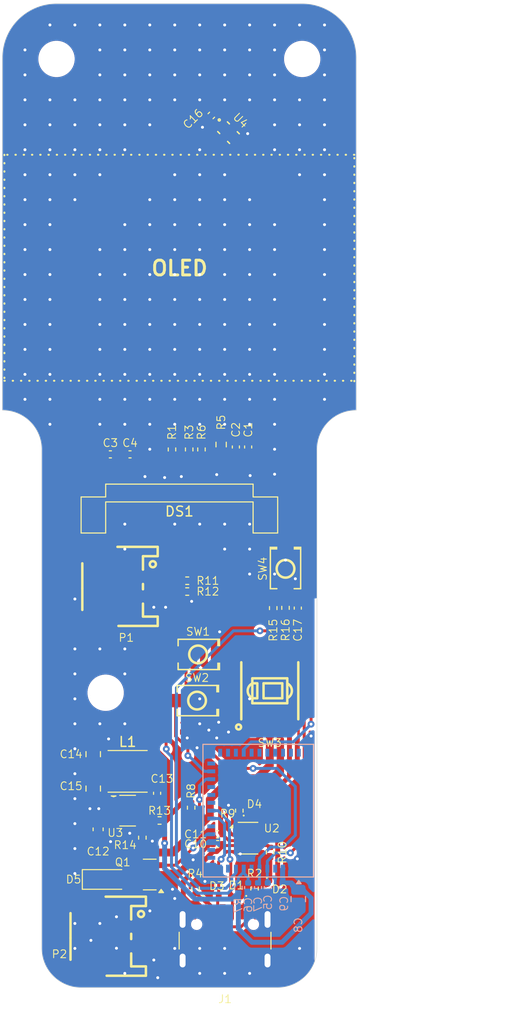
<source format=kicad_pcb>
(kicad_pcb (version 20240108) (generator "pcbnew") (generator_version "8.0")
  (layers (0 "F.Cu" signal) (31 "B.Cu" power) (34 "B.Paste" user) (35 "F.Paste" user) (36 "B.SilkS" user "B.Silkscreen") (37 "F.SilkS" user "F.Silkscreen") (38 "B.Mask" user) (39 "F.Mask" user) (44 "Edge.Cuts" user))
  (net 0 "")
  (net 1 "Net-(DS1-VDisplay)")
  (net 2 "GND")
  (net 3 "Net-(DS1-VCOMH)")
  (net 4 "Net-(DS1-C2N)")
  (net 5 "Net-(DS1-C2P)")
  (net 6 "Net-(DS1-C1N)")
  (net 7 "Net-(DS1-C1P)")
  (net 8 "/RC_Connections/RESET")
  (net 9 "+3.3V")
  (net 10 "ADC_HALLEFFECT1")
  (net 11 "ADC_BATTERYPERCENT")
  (net 12 "+USB5V")
  (net 13 "Net-(P1-Pin_1)")
  (net 14 "+VBAT")
  (net 15 "Net-(U3-BST)")
  (net 16 "Net-(U3-SW)")
  (net 17 "GPIO_MODE")
  (net 18 "USB_D+")
  (net 19 "USB_D-")
  (net 20 "Net-(D4-K)")
  (net 21 "Net-(D5-A)")
  (net 23 "Net-(DS1-Reset)")
  (net 24 "SCL_DISPLAY")
  (net 25 "Net-(DS1-IREF)")
  (net 26 "SDA_DISPLAY")
  (net 27 "Net-(J1-CC2)")
  (net 28 "Net-(J1-CC1)")
  (net 29 "GPIO_RUMBLE_CNTL")
  (net 30 "Net-(U2-STAT)")
  (net 31 "Net-(U2-PROG)")
  (net 32 "Net-(U3-FB)")
  (net 33 "Net-(R15-Pad2)")
  (net 34 "/RC_Connections/FLASH")
  (net 35 "GPIO_EN1")
  (net 41 "Net-(U1-IO8)")
  (footprint "Capacitor_SMD:C_0805_2012Metric" (layer "F.Cu") (at 116.235 104.75 -90)
    (property "Reference" "C15")
    (property "Value" "22uF")
  )
  (footprint "MountingHole:MountingHole_3.2mm_M3" (layer "F.Cu") (at 112.5 30.5)
    (property "Reference" "H2" (hide yes))
    (property "Value" "MountingHole")
  )
  (footprint "footprints:SW-SMD_L3.9-W3.0-P4.45" (layer "F.Cu") (at 126.8 95.8)
    (property "Reference" "SW2")
    (property "Value" "Button")
  )
  (footprint "Capacitor_SMD:C_0402_1005Metric" (layer "F.Cu") (at 122.735 105.23 -90)
    (property "Reference" "C13")
    (property "Value" "100nF")
  )
  (footprint "footprints:L_Abracon_ASPI-4030S" (layer "F.Cu") (at 119.735 103 180)
    (property "Reference" "L1")
    (property "Value" "3.3uH")
  )
  (footprint "Resistor_SMD:R_0603_1608Metric" (layer "F.Cu") (at 129.25 69.74 90)
    (property "Reference" "R5")
    (property "Value" "390k")
  )
  (footprint "Diode_SMD:D_0402_1005Metric" (layer "F.Cu") (at 132.635 107.5)
    (property "Reference" "D4")
    (property "Value" "LED")
  )
  (footprint "Package_TO_SOT_SMD:SOT-23" (layer "F.Cu") (at 121.985 113.5 180)
    (property "Reference" "Q1")
    (property "Value" "NMOS")
  )
  (footprint "Resistor_SMD:R_0402_1005Metric" (layer "F.Cu") (at 125.8 83.6 180)
    (property "Reference" "R11")
    (property "Value" "42k")
  )
  (footprint "Capacitor_SMD:C_0603_1608Metric" (layer "F.Cu") (at 116.735 108.9 -90)
    (property "Reference" "C12")
    (property "Value" "10uF")
  )
  (footprint "Package_TO_SOT_SMD:TSOT-23-6" (layer "F.Cu") (at 119.735 107)
    (property "Reference" "U3")
    (property "Value" "AP62300TWU")
  )
  (footprint "Resistor_SMD:R_0402_1005Metric" (layer "F.Cu") (at 135.8 86.36 -90)
    (property "Reference" "R16")
    (property "Value" "10k")
  )
  (footprint "Resistor_SMD:R_0402_1005Metric" (layer "F.Cu") (at 134.55 86.385 90)
    (property "Reference" "R15")
    (property "Value" "10k")
  )
  (footprint "Resistor_SMD:R_0402_1005Metric" (layer "F.Cu") (at 127.25 70.24 -90)
    (property "Reference" "R6")
    (property "Value" "4.7k")
  )
  (footprint "MountingHole:MountingHole_3.2mm_M3" (layer "F.Cu") (at 117.5 95)
    (property "Reference" "H3" (hide yes))
    (property "Value" "MountingHole")
  )
  (footprint "Capacitor_SMD:C_0402_1005Metric" (layer "F.Cu") (at 119.98 70.74)
    (property "Reference" "C4")
    (property "Value" "2.2uF")
  )
  (footprint "footprints:SW-SMD_L3.9-W3.0-P4.45" (layer "F.Cu") (at 126.9 91.1)
    (property "Reference" "SW1")
    (property "Value" "Button")
  )
  (footprint "Capacitor_SMD:C_0402_1005Metric" (layer "F.Cu") (at 128.25 36.25 -135)
    (property "Reference" "C16")
    (property "Value" "100nF")
  )
  (footprint "Diode_SMD:D_0402_1005Metric" (layer "F.Cu") (at 128.515 115.676295)
    (property "Reference" "D3")
    (property "Value" "6V TVS")
  )
  (footprint "footprints:CONN-SMD_2P-P2.00_XUNPU_WAFER-PH2.0-2PWB" (layer "F.Cu") (at 119.6 84.2 -90)
    (property "Reference" "P1")
    (property "Value" "JST CONN")
  )
  (footprint "Diode_SMD:D_0402_1005Metric" (layer "F.Cu") (at 133.9 114.926295 -90)
    (property "Reference" "D2")
    (property "Value" "6V TVS")
  )
  (footprint "MountingHole:MountingHole_3.2mm_M3" (layer "F.Cu") (at 137.5 30.5)
    (property "Reference" "H1" (hide yes))
    (property "Value" "MountingHole")
  )
  (footprint "Package_DFN_QFN:DFN-8-1EP_2x3mm_P0.5mm_EP0.61x2.2mm" (layer "F.Cu") (at 131.985 109.8)
    (property "Reference" "U2")
    (property "Value" "MCP73831-5-OT")
  )
  (footprint "footprints:FPC-30P-0.5mm" (layer "F.Cu") (at 125.002844 74.674494)
    (property "Reference" "DS1")
    (property "Value" "FPC 0.5mm 30P")
  )
  (footprint "footprints:CONN-SMD_2P-P2.00_XUNPU_WAFER-PH2.0-2PWB" (layer "F.Cu") (at 118.4 119.8 -90)
    (property "Reference" "P2")
    (property "Value" "JST CONN")
  )
  (footprint "Resistor_SMD:R_0402_1005Metric" (layer "F.Cu") (at 126 70.24 -90)
    (property "Reference" "R3")
    (property "Value" "4.7k")
  )
  (footprint "Capacitor_SMD:C_0402_1005Metric" (layer "F.Cu") (at 137.05 86.385 90)
    (property "Reference" "C17")
    (property "Value" "100nF")
  )
  (footprint "Resistor_SMD:R_0402_1005Metric" (layer "F.Cu") (at 126.65 114.926295 90)
    (property "Reference" "R4")
    (property "Value" "5.7k")
  )
  (footprint "footprints:SW-SMD_6P-YTSPS-22E58LM" (layer "F.Cu") (at 134.2 94.8 90)
    (property "Reference" "SW3")
    (property "Value" "YTSPS-22E58LM" (hide yes))
  )
  (footprint "Capacitor_SMD:C_0402_1005Metric" (layer "F.Cu") (at 132 69.99 90)
    (property "Reference" "C1")
    (property "Value" "2.2uF")
  )
  (footprint "footprints:X2SON4_DMR_TEX" (layer "F.Cu") (at 130 38 -45)
    (property "Reference" "U4")
    (property "Value" "TMAG5253")
  )
  (footprint "Capacitor_SMD:C_0402_1005Metric" (layer "F.Cu") (at 117.98 70.74)
    (property "Reference" "C3")
    (property "Value" "2.2uF")
  )
  (footprint "footprints:SW-SMD_L3.9-W3.0-P4.45" (layer "F.Cu") (at 135.8 82.385 90)
    (property "Reference" "SW4")
    (property "Value" "Button")
  )
  (footprint "Resistor_SMD:R_0402_1005Metric" (layer "F.Cu") (at 125.8 84.7)
    (property "Reference" "R12")
    (property "Value" "10k")
  )
  (footprint "Resistor_SMD:R_0402_1005Metric" (layer "F.Cu") (at 126.2 106.7 -90)
    (property "Reference" "R8")
    (property "Value" "10k")
  )
  (footprint "Resistor_SMD:R_0402_1005Metric" (layer "F.Cu") (at 134.235 111.25 -90)
    (property "Reference" "R10")
    (property "Value" "2k")
  )
  (footprint "Resistor_SMD:R_0402_1005Metric" (layer "F.Cu") (at 122.985 108 180)
    (property "Reference" "R13")
    (property "Value" "33.2k")
  )
  (footprint "Capacitor_SMD:C_0402_1005Metric" (layer "F.Cu") (at 130.75 69.99 90)
    (property "Reference" "C2")
    (property "Value" "2.2uF")
  )
  (footprint "Diode_SMD:D_0402_1005Metric" (layer "F.Cu") (at 130.715 115.676295 180)
    (property "Reference" "D1")
    (property "Value" "6V TVS")
  )
  (footprint "Resistor_SMD:R_0402_1005Metric" (layer "F.Cu") (at 132.65 114.926295 90)
    (property "Reference" "R2")
    (property "Value" "5.7k")
  )
  (footprint "Capacitor_SMD:C_0402_1005Metric" (layer "F.Cu") (at 128.9 110.4 180)
    (property "Reference" "C10")
    (property "Value" "4.7uF")
  )
  (footprint "Capacitor_SMD:C_0805_2012Metric" (layer "F.Cu") (at 116.235 101.25 90)
    (property "Reference" "C14")
    (property "Value" "22uF")
  )
  (footprint "Diode_SMD:D_SOD-123" (layer "F.Cu") (at 117.485 114)
    (property "Reference" "D5")
    (property "Value" "D_Schottky")
  )
  (footprint "Capacitor_SMD:C_0402_1005Metric" (layer "F.Cu") (at 128.88 109.4 180)
    (property "Reference" "C11")
    (property "Value" "4.7uF")
  )
  (footprint "Resistor_SMD:R_0402_1005Metric" (layer "F.Cu") (at 121.235 109.75 -90)
    (property "Reference" "R14")
    (property "Value" "10k")
  )
  (footprint "Connector_USB:USB_C_Receptacle_GCT_USB4105-xx-A_16P_TopMnt_Horizontal" (layer "F.Cu") (at 129.65 121.176295)
    (property "Reference" "J1")
    (property "Value" "USB_C_Receptacle_USB2.0_14P")
  )
  (footprint "Resistor_SMD:R_0402_1005Metric" (layer "F.Cu") (at 124.25 70.24 -90)
    (property "Reference" "R1")
    (property "Value" "4.7k")
  )
  (footprint "Resistor_SMD:R_0402_1005Metric" (layer "F.Cu") (at 131.1 107 90)
    (property "Reference" "R9")
    (property "Value" "470")
  )
  (footprint "Capacitor_SMD:C_0402_1005Metric" (layer "B.Cu") (at 132 114.83 -90)
    (property "Reference" "C6")
    (property "Value" "100nF")
  )
  (footprint "Resistor_SMD:R_0402_1005Metric" (layer "B.Cu") (at 131 114.85 90)
    (property "Reference" "R7")
    (property "Value" "10k")
  )
  (footprint "Capacitor_SMD:C_0805_2012Metric" (layer "B.Cu") (at 137.1 116 -90)
    (property "Reference" "C8")
    (property "Value" "22uF")
  )
  (footprint "Capacitor_SMD:C_0402_1005Metric" (layer "B.Cu") (at 135.5 114.83 -90)
    (property "Reference" "C9")
    (property "Value" "100nF")
  )
  (footprint "Capacitor_SMD:C_0402_1005Metric" (layer "B.Cu") (at 133 114.83 -90)
    (property "Reference" "C7")
    (property "Value" "100nF")
  )
  (footprint "Capacitor_SMD:C_0402_1005Metric" (layer "B.Cu") (at 134 114.83 -90)
    (property "Reference" "C5")
    (property "Value" "100nF")
  )
  (footprint "RF_Module:ESP32-C6-MINI-1" (layer "B.Cu") (at 133.15 107 90)
    (property "Reference" "U1" (hide yes))
    (property "Value" "ESP32-C6-MINI-1")
  )
  (gr_line (start 142.8 63.3) (end 142.8 40.3) (stroke (width 0.2) (type dot)) (layer "F.SilkS"))
  (gr_line (start 107.2 63.25) (end 142.8 63.25) (stroke (width 0.2) (type dot)) (layer "F.SilkS"))
  (gr_line (start 142.8 40.25) (end 107.2 40.25) (stroke (width 0.2) (type dot)) (layer "F.SilkS"))
  (gr_line (start 107.2 40.25) (end 107.2 63.25) (stroke (width 0.2) (type dot)) (layer "F.SilkS"))
  (gr_line (start 139 70.25) (end 139 121) (stroke (width 0.05)) (layer "Edge.Cuts"))
  (gr_arc (start 137.499999 24.874999) (mid 141.389087 26.485912) (end 143 30.375) (stroke (width 0.05)) (layer "Edge.Cuts"))
  (gr_arc (start 139 121) (mid 137.828427 123.828427) (end 135 125) (stroke (width 0.05)) (layer "Edge.Cuts"))
  (gr_arc (start 139 70.25) (mid 140.171573 67.421573) (end 143 66.25) (stroke (width 0.05)) (layer "Edge.Cuts"))
  (gr_arc (start 107 66.25) (mid 109.828427 67.421573) (end 111 70.25) (stroke (width 0.05)) (layer "Edge.Cuts"))
  (gr_line (start 111 121) (end 111 70.25) (stroke (width 0.05)) (layer "Edge.Cuts"))
  (gr_line (start 135 125) (end 115 125) (stroke (width 0.05)) (layer "Edge.Cuts"))
  (gr_line (start 143 30.375) (end 143 66.25) (stroke (width 0.05)) (layer "Edge.Cuts"))
  (gr_arc (start 115 125) (mid 112.171573 123.828427) (end 111 121) (stroke (width 0.05)) (layer "Edge.Cuts"))
  (gr_arc (start 107 30.375) (mid 108.610913 26.485913) (end 112.5 24.875) (stroke (width 0.05)) (layer "Edge.Cuts"))
  (gr_line (start 112.5 24.875) (end 137.5 24.875) (stroke (width 0.05)) (layer "Edge.Cuts"))
  (gr_line (start 107 66.25) (end 107 30.375) (stroke (width 0.05)) (layer "Edge.Cuts"))
  (gr_text "OLED" (at 122 52.675 0) (layer "F.SilkS") (effects (font (size 1.5 1.5) (thickness 0.3) (bold yes)) (justify left bottom)))
  (segment (start 131.252844 74.674494) (end 131.252844 73.227156) (width 0.3) (layer "F.Cu") (net 1))
  (segment (start 131.252844 71.217156) (end 132 70.47) (width 0.3) (layer "F.Cu") (net 1))
  (segment (start 131.252844 73.227156) (end 131.252844 71.217156) (width 0.3) (layer "F.Cu") (net 1))
  (segment (start 132.252844 72.952844) (end 132.2 72.9) (width 0.3) (layer "F.Cu") (net 2))
  (segment (start 128.752844 72.847156) (end 128.8 72.8) (width 0.3) (layer "F.Cu") (net 2))
  (segment (start 125.905 117.496295) (end 125.33 118.071295) (width 0.5) (layer "F.Cu") (net 2))
  (segment (start 122.252844 74.674494) (end 122.252844 73.752844) (width 0.3) (layer "F.Cu") (net 2))
  (segment (start 125.252844 73.052844) (end 125.2 73) (width 0.3) (layer "F.Cu") (net 2))
  (segment (start 130.524904 109.55) (end 129.8 108.825096) (width 0.3) (layer "F.Cu") (net 2))
  (segment (start 132.85 117.496295) (end 133.395 117.496295) (width 0.5) (layer "F.Cu") (net 2))
  (segment (start 126.45 117.496295) (end 125.905 117.496295) (width 0.5) (layer "F.Cu") (net 2))
  (segment (start 133.395 117.496295) (end 133.97 118.071295) (width 0.5) (layer "F.Cu") (net 2))
  (segment (start 122.252844 73.752844) (end 121.5 73) (width 0.3) (layer "F.Cu") (net 2))
  (segment (start 131.045 109.55) (end 130.524904 109.55) (width 0.3) (layer "F.Cu") (net 2))
  (segment (start 129.8 106.65) (end 130 106.45) (width 0.3) (layer "F.Cu") (net 2))
  (segment (start 129.8 108.825096) (end 129.8 106.65) (width 0.3) (layer "F.Cu") (net 2))
  (segment (start 132.675 114.441295) (end 132.65 114.416295) (width 0.5) (layer "F.Cu") (net 2))
  (via (at 124.53 67.68) (size 0.7) (drill 0.3) (layers "F.Cu" "B.Cu") (net 2))
  (via (at 119.45 80.38) (size 0.7) (drill 0.3) (layers "F.Cu" "B.Cu") (net 2))
  (via (at 109.29 57.52) (size 0.7) (drill 0.3) (layers "F.Cu" "B.Cu") (net 2))
  (via (at 114.37 113.4) (size 0.7) (drill 0.3) (layers "F.Cu" "B.Cu") (net 2))
  (via (at 109.29 54.98) (size 0.7) (drill 0.3) (layers "F.Cu" "B.Cu") (net 2))
  (via (at 129.61 67.68) (size 0.7) (drill 0.3) (layers "F.Cu" "B.Cu") (net 2))
  (via (at 121.99 49.9) (size 0.7) (drill 0.3) (layers "F.Cu" "B.Cu") (net 2))
  (via (at 132.15 62.6) (size 0.7) (drill 0.3) (layers "F.Cu" "B.Cu") (net 2))
  (via (at 121.99 70.22) (size 0.7) (drill 0.3) (layers "F.Cu" "B.Cu") (net 2))
  (via (at 139.77 39.74) (size 0.7) (drill 0.3) (layers "F.Cu" "B.Cu") (net 2))
  (via (at 124.53 54.98) (size 0.7) (drill 0.3) (layers "F.Cu" "B.Cu") (net 2))
  (via (at 114.37 90.54) (size 0.7) (drill 0.3) (layers "F.Cu" "B.Cu") (net 2))
  (via (at 116.91 65.14) (size 0.7) (drill 0.3) (layers "F.Cu" "B.Cu") (net 2))
  (via (at 121.99 47.36) (size 0.7) (drill 0.3) (layers "F.Cu" "B.Cu") (net 2))
  (via (at 137.23 34.66) (size 0.7) (drill 0.3) (layers "F.Cu" "B.Cu") (net 2))
  (via (at 122.4 86.3) (size 0.7) (drill 0.3) (layers "F.Cu" "B.Cu") (net 2))
  (via (at 125.8 99.6) (size 0.7) (drill 0.3) (layers "F.Cu" "B.Cu") (net 2))
  (via (at 129.61 80.38) (size 0.7) (drill 0.3) (layers "F.Cu" "B.Cu") (net 2))
  (via (at 134.69 82.92) (size 0.7) (drill 0.3) (layers "F.Cu" "B.Cu") (net 2))
  (via (at 121.99 54.98) (size 0.7) (drill 0.3) (layers "F.Cu" "B.Cu") (net 2))
  (via (at 121.99 65.14) (size 0.7) (drill 0.3) (layers "F.Cu" "B.Cu") (net 2))
  (via (at 139.77 52.44) (size 0.7) (drill 0.3) (layers "F.Cu" "B.Cu") (net 2))
  (via (at 109.29 60.06) (size 0.7) (drill 0.3) (layers "F.Cu" "B.Cu") (net 2))
  (via (at 129.61 57.52) (size 0.7) (drill 0.3) (layers "F.Cu" "B.Cu") (net 2))
  (via (at 136.8 83.4) (size 0.7) (drill 0.3) (layers "F.Cu" "B.Cu") (net 2))
  (via (at 134.69 37.2) (size 0.7) (drill 0.3) (layers "F.Cu" "B.Cu") (net 2))
  (via (at 111.83 57.52) (size 0.7) (drill 0.3) (layers "F.Cu" "B.Cu") (net 2))
  (via (at 127.07 39.74) (size 0.7) (drill 0.3) (layers "F.Cu" "B.Cu") (net 2))
  (via (at 114.37 103.24) (size 0.7) (drill 0.3) (layers "F.Cu" "B.Cu") (net 2))
  (via (at 124.53 60.06) (size 0.7) (drill 0.3) (layers "F.Cu" "B.Cu") (net 2))
  (via (at 122.8 124) (size 0.7) (drill 0.3) (layers "F.Cu" "B.Cu") (net 2))
  (via (at 134.69 29.58) (size 0.7) (drill 0.3) (layers "F.Cu" "B.Cu") (net 2))
  (via (at 116.91 57.52) (size 0.7) (drill 0.3) (layers "F.Cu" "B.Cu") (net 2))
  (via (at 114.37 110.86) (size 0.7) (drill 0.3) (layers "F.Cu" "B.Cu") (net 2))
  (via (at 132.15 80.38) (size 0.7) (drill 0.3) (layers "F.Cu" "B.Cu") (net 2))
  (via (at 119.45 90.54) (size 0.7) (drill 0.3) (layers "F.Cu" "B.Cu") (net 2))
  (via (at 134.69 67.68) (size 0.7) (drill 0.3) (layers "F.Cu" "B.Cu") (net 2))
  (via (at 114.37 85.46) (size 0.7) (drill 0.3) (layers "F.Cu" "B.Cu") (net 2))
  (via (at 124.3 115) (size 0.7) (drill 0.3) (layers "F.Cu" "B.Cu") (net 2))
  (via (at 130 106.45) (size 0.7) (drill 0.3) (layers "F.Cu" "B.Cu") (net 2))
  (via (at 139.77 65.14) (size 0.7) (drill 0.3) (layers "F.Cu" "B.Cu") (net 2))
  (via (at 109.29 34.66) (size 0.7) (drill 0.3) (layers "F.Cu" "B.Cu") (net 2))
  (via (at 116 120.2) (size 0.7) (drill 0.3) (layers "F.Cu" "B.Cu") (net 2))
  (via (at 119.45 65.14) (size 0.7) (drill 0.3) (layers "F.Cu" "B.Cu") (net 2))
  (via (at 116.91 67.68) (size 0.7) (drill 0.3) (layers "F.Cu" "B.Cu") (net 2))
  (via (at 139.77 57.52) (size 0.7) (drill 0.3) (layers "F.Cu" "B.Cu") (net 2))
  (via (at 132.2 72.9) (size 0.7) (drill 0.3) (layers "F.Cu" "B.Cu") (net 2))
  (via (at 119.45 39.74) (size 0.7) (drill 0.3) (layers "F.Cu" "B.Cu") (net 2))
  (via (at 132.15 60.06) (size 0.7) (drill 0.3) (layers "F.Cu" "B.Cu") (net 2))
  (via (at 114.37 105.78) (size 0.7) (drill 0.3) (layers "F.Cu" "B.Cu") (net 2))
  (via (at 116.91 90.54) (size 0.7) (drill 0.3) (layers "F.Cu" "B.Cu") (net 2))
  (via (at 129.61 123.56) (size 0.7) (drill 0.3) (layers "F.Cu" "B.Cu") (net 2))
  (via (at 114.37 118.48) (size 0.7) (drill 0.3) (layers "F.Cu" "B.Cu") (net 2))
  (via (at 114.37 93.08) (size 0.7) (drill 0.3) (layers "F.Cu" "B.Cu") (net 2))
  (via (at 139.77 29.58) (size 0.7) (drill 0.3) (layers "F.Cu" "B.Cu") (net 2))
  (via (at 124.53 57.52) (size 0.7) (drill 0.3) (layers "F.Cu" "B.Cu") (net 2))
  (via (at 129.61 54.98) (size 0.7) (drill 0.3) (layers "F.Cu" "B.Cu") (net 2))
  (via (at 124.53 121.02) (size 0.7) (drill 0.3) (layers "F.Cu" "B.Cu") (net 2))
  (via (at 121.5 73) (size 0.7) (drill 0.3) (layers "F.Cu" "B.Cu") (net 2))
  (via (at 128 98.8) (size 0.7) (drill 0.3) (layers "F.Cu" "B.Cu") (net 2))
  (via (at 124.53 47.36) (size 0.7) (drill 0.3) (layers "F.Cu" "B.Cu") (net 2))
  (via (at 116.91 49.9) (size 0.7) (drill 0.3) (layers "F.Cu" "B.Cu") (net 2))
  (via (at 121.99 60.06) (size 0.7) (drill 0.3) (layers "F.Cu" "B.Cu") (net 2))
  (via (at 111.83 34.66) (size 0.7) (drill 0.3) (layers "F.Cu" "B.Cu") (net 2))
  (via (at 134.69 54.98) (size 0.7) (drill 0.3) (layers "F.Cu" "B.Cu") (net 2))
  (via (at 124.53 52.44) (size 0.7) (drill 0.3) (layers "F.Cu" "B.Cu") (net 2))
  (via (at 114.37 95.62) (size 0.7) (drill 0.3) (layers "F.Cu" "B.Cu") (net 2))
  (via (at 121.99 27.04) (size 0.7) (drill 0.3) (layers "F.Cu" "B.Cu") (net 2))
  (via (at 121.99 62.6) (size 0.7) (drill 0.3) (layers "F.Cu" "B.Cu") (net 2))
  (via (at 132.15 123.56) (size 0.7) (drill 0.3) (layers "F.Cu" "B.Cu") (net 2))
  (via (at 111.83 44.82) (size 0.7) (drill 0.3) (layers "F.Cu" "B.Cu") (net 2))
  (via (at 123.5 73.1) (size 0.7) (drill 0.3) (layers "F.Cu" "B.Cu") (net 2))
  (via (at 132.15 57.52) (size 0.7) (drill 0.3) (layers "F.Cu" "B.Cu") (net 2))
  (via (at 127.07 123.56) (size 0.7) (drill 0.3) (layers "F.Cu" "B.Cu") (net 2))
  (via (at 121.99 34.66) (size 0.7) (drill 0.3) (layers "F.Cu" "B.Cu") (net 2))
  (via (at 124.53 42.28) (size 0.7) (drill 0.3) (layers "F.Cu" "B.Cu") (net 2))
  (via (at 109.29 29.58) (size 0.7) (drill 0.3) (layers "F.Cu" "B.Cu") (net 2))
  (via (at 132.15 29.58) (size 0.7) (drill 0.3) (layers "F.Cu" "B.Cu") (net 2))
  (via (at 127.07 77.84) (size 0.7) (drill 0.3) (layers "F.Cu" "B.Cu") (net 2))
  (via (at 139.77 44.82) (size 0.7) (drill 0.3) (layers "F.Cu" "B.Cu") (net 2))
  (via (at 127.07 47.36) (size 0.7) (drill 0.3) (layers "F.Cu" "B.Cu") (net 2))
  (via (at 109.29 32.12) (size 0.7) (drill 0.3) (layers "F.Cu" "B.Cu") (net 2))
  (via (at 129.61 34.66) (size 0.7) (drill 0.3) (layers "F.Cu" "B.Cu") (net 2))
  (via (at 111.83 54.98) (size 0.7) (drill 0.3) (layers "F.Cu" "B.Cu") (net 2))
  (via (at 139.77 34.66) (size 0.7) (drill 0.3) (layers "F.Cu" "B.Cu") (net 2))
  (via (at 109.29 42.28) (size 0.7) (drill 0.3) (layers "F.Cu" "B.Cu") (net 2))
  (via (at 129.61 27.04) (size 0.7) (drill 0.3) (layers "F.Cu" "B.Cu") (net 2))
  (via (at 111.83 47.36) (size 0.7) (drill 0.3) (layers "F.Cu" "B.Cu") (net 2))
  (via (at 132.15 32.12) (size 0.7) (drill 0.3) (layers "F.Cu" "B.Cu") (net 2))
  (via (at 121.99 29.58) (size 0.7) (drill 0.3) (layers "F.Cu" "B.Cu") (net 2))
  (via (at 114.37 34.66) (size 0.7) (drill 0.3) (layers "F.Cu" "B.Cu") (net 2))
  (via (at 121.99 57.52) (size 0.7) (drill 0.3) (layers "F.Cu" "B.Cu") (net 2))
  (via (at 119.45 52.44) (size 0.7) (drill 0.3) (layers "F.Cu" "B.Cu") (net 2))
  (via (at 129.61 60.06) (size 0.7) (drill 0.3) (layers "F.Cu" "B.Cu") (net 2))
  (via (at 135.8 81.5) (size 0.7) (drill 0.3) (layers "F.Cu" "B.Cu") (net 2))
  (via (at 132.15 82.92) (size 0.7) (drill 0.3) (layers "F.Cu" "B.Cu") (net 2))
  (via (at 117.8 99.7) (size 0.7) (drill 0.3) (layers "F.Cu" "B.Cu") (net 2))
  (via (at 111.83 60.06) (size 0.7) (drill 0.3) (layers "F.Cu" "B.Cu") (net 2))
  (via (at 132.15 54.98) (size 0.7) (drill 0.3) (layers "F.Cu" "B.Cu") (net 2))
  (via (at 111.83 49.9) (size 0.7) (drill 0.3) (layers "F.Cu" "B.Cu") (net 2))
  (via (at 116.91 32.12) (size 0.7) (drill 0.3) (layers "F.Cu" "B.Cu") (net 2))
  (via (at 134.69 32.12) (size 0.7) (drill 0.3) (layers "F.Cu" "B.Cu") (net 2))
  (via (at 124.53 44.82) (size 0.7) (drill 0.3) (layers "F.Cu" "B.Cu") (net 2))
  (via (at 139.77 42.28) (size 0.7) (drill 0.3) (layers "F.Cu" "B.Cu") (net 2))
  (via (at 116.91 29.58) (size 0.7) (drill 0.3) (layers "F.Cu" "B.Cu") (net 2))
  (via (at 134.69 62.6) (size 0.7) (drill 0.3) (layers "F.Cu" "B.Cu") (net 2))
  (via (at 109.29 52.44) (size 0.7) (drill 0.3) (layers "F.Cu" "B.Cu") (net 2))
  (via (at 127.07 65.14) (size 0.7) (drill 0.3) (layers "F.Cu" "B.Cu") (net 2))
  (via (at 119.45 47.36) (size 0.7) (drill 0.3) (layers "F.Cu" "B.Cu") (net 2))
  (via (at 119.45 29.58) (size 0.7) (drill 0.3) (layers "F.Cu" "B.Cu") (net 2))
  (via (at 124.53 62.6) (size 0.7) (drill 0.3) (layers "F.Cu" "B.Cu") (net 2))
  (via (at 139.77 37.2) (size 0.7) (drill 0.3) (layers "F.Cu" "B.Cu") (net 2))
  (via (at 114.37 121.02) (size 0.7) (drill 0.3) (layers "F.Cu" "B.Cu") (net 2))
  (via (at 109.29 37.2) (size 0.7) (drill 0.3) (layers "F.Cu" "B.Cu") (net 2))
  (via (at 109.29 62.6) (size 0.7) (drill 0.3) (layers "F.Cu" "B.Cu") (net 2))
  (via (at 111.83 39.74) (size 0.7) (drill 0.3) (layers "F.Cu" "B.Cu") (net 2))
  (via (at 116.91 27.04) (size 0.7) (drill 0.3) (layers "F.Cu" "B.Cu") (net 2))
  (via (at 116.91 60.06) (size 0.7) (drill 0.3) (layers "F.Cu" "B.Cu") (net 2))
  (via (at 139.77 27.04) (size 0.7) (drill 0.3) (layers "F.Cu" "B.Cu") (net 2))
  (via (at 122.25 110.1) (size 0.7) (drill 0.3) (layers "F.Cu" "B.Cu") (net 2))
  (via (at 129.61 47.36) (size 0.7) (drill 0.3) (layers "F.Cu" "B.Cu") (net 2))
  (via (at 127.07 42.28) (size 0.7) (drill 0.3) (layers "F.Cu" "B.Cu") (net 2))
  (via (at 116.91 62.6) (size 0.7) (drill 0.3) (layers "F.Cu" "B.Cu") (net 2))
  (via (at 134.69 72.76) (size 0.7) (drill 0.3) (layers "F.Cu" "B.Cu") (net 2))
  (via (at 129.61 29.58) (size 0.7) (drill 0.3) (layers "F.Cu" "B.Cu") (net 2))
  (via (at 129.61 49.9) (size 0.7) (drill 0.3) (layers "F.Cu" "B.Cu") (net 2))
  (via (at 132.15 47.36) (size 0.7) (drill 0.3) (layers "F.Cu" "B.Cu") (net 2))
  (via (at 119.45 34.66) (size 0.7) (drill 0.3) (layers "F.Cu" "B.Cu") (net 2))
  (via (at 119.45 60.06) (size 0.7) (drill 0.3) (layers "F.Cu" "B.Cu") (net 2))
  (via (at 129.61 65.14) (size 0.7) (drill 0.3) (layers "F.Cu" "B.Cu") (net 2))
  (via (at 130 99) (size 0.7) (drill 0.3) (layers "F.Cu" "B.Cu") (net 2))
  (via (at 119.45 67.68) (size 0.7) (drill 0.3) (layers "F.Cu" "B.Cu") (net 2))
  (via (at 119.45 37.2) (size 0.7) (drill 0.3) (layers "F.Cu" "B.Cu") (net 2))
  (via (at 121.99 44.82) (size 0.7) (drill 0.3) (layers "F.Cu" "B.Cu") (net 2))
  (via (at 116.91 118.48) (size 0.7) (drill 0.3) (layers "F.Cu" "B.Cu") (net 2))
  (via (at 111.83 67.68) (size 0.7) (drill 0.3) (layers "F.Cu" "B.Cu") (net 2))
  (via (at 134.69 47.36) (size 0.7) (drill 0.3) (layers "F.Cu" "B.Cu") (net 2))
  (via (at 124.53 65.14) (size 0.7) (drill 0.3) (layers "F.Cu" "B.Cu") (net 2))
  (via (at 121.99 52.44) (size 0.7) (drill 0.3) (layers "F.Cu" "B.Cu") (net 2))
  (via (at 118.6 121) (size 0.7) (drill 0.3) (layers "F.Cu" "B.Cu") (net 2))
  (via (at 137.23 121.02) (size 0.7) (drill 0.3) (layers "F.Cu" "B.Cu") (net 2))
  (via (at 119.45 57.52) (size 0.7) (drill 0.3) (layers "F.Cu" "B.Cu") (net 2))
  (via (at 134.69 27.04) (size 0.7) (drill 0.3) (layers "F.Cu" "B.Cu") (net 2))
  (via (at 114.37 44.82) (size 0.7) (drill 0.3) (layers "F.Cu" "B.Cu") (net 2))
  (via (at 132.15 34.66) (size 0.7) (drill 0.3) (layers "F.Cu" "B.Cu") (net 2))
  (via (at 109.29 44.82) (size 0.7) (drill 0.3) (layers "F.Cu" "B.Cu") (net 2))
  (via (at 111.83 52.44) (size 0.7) (drill 0.3) (layers "F.Cu" "B.Cu") (net 2))
  (via (at 122 117.2) (size 0.7) (drill 0.3) (layers "F.Cu" "B.Cu") (net 2))
  (via (at 121.99 37.2) (size 0.7) (drill 0.3) (layers "F.Cu" "B.Cu") (net 2))
  (via (at 127.07 27.04) (size 0.7) (drill 0.3) (layers "F.Cu" "B.Cu") (net 2))
  (via (at 109.29 65.14) (size 0.7) (drill 0.3) (layers "F.Cu" "B.Cu") (net 2))
  (via (at 109.29 49.9) (size 0.7) (drill 0.3) (layers "F.Cu" "B.Cu") (net 2))
  (via (at 139.77 54.98) (size 0.7) (drill 0.3) (layers "F.Cu" "B.Cu") (net 2))
  (via (at 137 111.9) (size 0.7) (drill 0.3) (layers "F.Cu" "B.Cu") (net 2))
  (via (at 134.69 70.22) (size 0.7) (drill 0.3) (layers "F.Cu" "B.Cu") (net 2))
  (via (at 127.07 49.9) (size 0.7) (drill 0.3) (layers "F.Cu" "B.Cu") (net 2))
  (via (at 127.07 54.98) (size 0.7) (drill 0.3) (layers "F.Cu" "B.Cu") (net 2))
  (via (at 114.37 39.74) (size 0.7) (drill 0.3) (layers "F.Cu" "B.Cu") (net 2))
  (via (at 127.07 34.66) (size 0.7) (drill 0.3) (layers "F.Cu" "B.Cu") (net 2))
  (via (at 111.83 27.04) (size 0.7) (drill 0.3) (layers "F.Cu" "B.Cu") (net 2))
  (via (at 109.29 47.36) (size 0.7) (drill 0.3) (layers "F.Cu" "B.Cu") (net 2))
  (via (at 129.61 77.84) (size 0.7) (drill 0.3) (layers "F.Cu" "B.Cu") (net 2))
  (via (at 128.8 72.8) (size 0.7) (drill 0.3) (layers "F.Cu" "B.Cu") (net 2))
  (via (at 127.07 62.6) (size 0.7) (drill 0.3) (layers "F.Cu" "B.Cu") (net 2))
  (via (at 127.07 121.02) (size 0.7) (drill 0.3) (layers "F.Cu" "B.Cu") (net 2))
  (via (at 114.37 42.28) (size 0.7) (drill 0.3) (layers "F.Cu" "B.Cu") (net 2))
  (via (at 139.77 47.36) (size 0.7) (drill 0.3) (layers "F.Cu" "B.Cu") (net 2))
  (via (at 139.77 60.06) (size 0.7) (drill 0.3) (layers "F.Cu" "B.Cu") (net 2))
  (via (at 119.45 49.9) (size 0.7) (drill 0.3) (layers "F.Cu" "B.Cu") (net 2))
  (via (at 118.6 117.8) (size 0.7) (drill 0.3) (layers "F.Cu" "B.Cu") (net 2))
  (via (at 124.53 27.04) (size 0.7) (drill 0.3) (layers "F.Cu" "B.Cu") (net 2))
  (via (at 127.35 37.45) (size 0.7) (drill 0.3) (layers "F.Cu" "B.Cu") (net 2))
  (via (at 128.8 99.6) (size 0.7) (drill 0.3) (layers "F.Cu" "B.Cu") (net 2))
  (via (at 134.69 52.44) (size 0.7) (drill 0.3) (layers "F.Cu" "B.Cu") (net 2))
  (via (at 121.99 67.68) (size 0.7) (drill 0.3) (layers "F.Cu" "B.Cu") (net 2))
  (via (at 137.23 42.28) (size 0.7) (drill 0.3) (layers "F.Cu" "B.Cu") (net 2))
  (via (at 129.61 44.82) (size 0.7) (drill 0.3) (layers "F.Cu" "B.Cu") (net 2))
  (via (at 121.99 32.12) (size 0.7) (drill 0.3) (layers "F.Cu" "B.Cu") (net 2))
  (via (at 116.91 34.66) (size 0.7) (drill 0.3) (layers "F.Cu" "B.Cu") (net 2))
  (via (at 119.45 77.84) (size 0.7) (drill 0.3) (layers "F.Cu" "B.Cu") (net 2))
  (via (at 111.83 62.6) (size 0.7) (drill 0.3) (layers "F.Cu" "B.Cu") (net 2))
  (via (at 127.07 32.12) (size 0.7) (drill 0.3) (layers "F.Cu" "B.Cu") (net 2))
  (via (at 126.4 112) (size 0.7) (drill 0.3) (layers "F.Cu" "B.Cu") (net 2))
  (via (at 127.07 52.44) (size 0.7) (drill 0.3) (layers "F.Cu" "B.Cu") (net 2))
  (via (at 132.15 27.04) (size 0.7) (drill 0.3) (layers "F.Cu" "B.Cu") (net 2))
  (via (at 131.2 111.4) (size 0.7) (drill 0.3) (layers "F.Cu" "B.Cu") (net 2))
  (via (at 111.83 65.14) (size 0.7) (drill 0.3) (layers "F.Cu" "B.Cu") (net 2))
  (via (at 122.4 122.2) (size 0.7) (drill 0.3) (layers "F.Cu" "B.Cu") (net 2))
  (via (at 127.07 29.58) (size 0.7) (drill 0.3) (layers "F.Cu" "B.Cu") (net 2))
  (via (at 124.53 77.84) (size 0.7) (drill 0.3) (layers "F.Cu" "B.Cu") (net 2))
  (via (at 134.69 57.52) (size 0.7) (drill 0.3) (layers "F.Cu" "B.Cu") (net 2))
  (via (at 114.37 108.32) (size 0.7) (drill 0.3) (layers "F.Cu" "B.Cu") (net 2))
  (via (at 126.25 85.7) (size 0.7) (drill 0.3) (layers "F.Cu" "B.Cu") (net 2))
  (via (at 129.61 42.28) (size 0.7) (drill 0.3) (layers "F.Cu" "B.Cu") (net 2))
  (via (at 138.4 99.4) (size 0.7) (drill 0.3) (layers "F.Cu" "B.Cu") (net 2))
  (via (at 134.69 49.9) (size 0.7) (drill 0.3) (layers "F.Cu" "B.Cu") (net 2))
  (via (at 124.53 49.9) (size 0.7) (drill 0.3) (layers "F.Cu" "B.Cu") (net 2))
  (via (at 129 98) (size 0.7) (drill 0.3) (layers "F.Cu" "B.Cu") (net 2))
  (via (at 137.23 39.74) (size 0.7) (drill 0.3) (layers "F.Cu" "B.Cu") (net 2))
  (via (at 114.37 100.7) (size 0.7) (drill 0.3) (layers "F.Cu" "B.Cu") (net 2))
  (via (at 114.37 37.2) (size 0.7) (drill 0.3) (layers "F.Cu" "B.Cu") (net 2))
  (via (at 127.6 114.2) (size 0.7) (drill 0.3) (layers "F.Cu" "B.Cu") (net 2))
  (via (at 127.07 98.16) (size 0.7) (drill 0.3) (layers "F.Cu" "B.Cu") (net 2))
  (via (at 116.91 39.74) (size 0.7) (drill 0.3) (layers "F.Cu" "B.Cu") (net 2))
  (via (at 114.37 27.04) (size 0.7) (drill 0.3) (layers "F.Cu" "B.Cu") (net 2))
  (via (at 137.23 37.2) (size 0.7) (drill 0.3) (layers "F.Cu" "B.Cu") (net 2))
  (via (at 129.61 32.12) (size 0.7) (drill 0.3) (layers "F.Cu" "B.Cu") (net 2))
  (via (at 129.61 62.6) (size 0.7) (drill 0.3) (layers "F.Cu" "B.Cu") (net 2))
  (via (at 134.69 60.06) (size 0.7) (drill 0.3) (layers "F.Cu" "B.Cu") (net 2))
  (via (at 124.53 115.94) (size 0.7) (drill 0.3) (layers "F.Cu" "B.Cu") (net 2))
  (via (at 134.69 65.14) (size 0.7) (drill 0.3) (layers "F.Cu" "B.Cu") (net 2))
  (via (at 119.45 54.98) (size 0.7) (drill 0.3) (layers "F.Cu" "B.Cu") (net 2))
  (via (at 132.15 65.14) (size 0.7) (drill 0.3) (layers "F.Cu" "B.Cu") (net 2))
  (via (at 111.83 42.28) (size 0.7) (drill 0.3) (layers "F.Cu" "B.Cu") (net 2))
  (via (at 116.91 98.16) (size 0.7) (drill 0.3) (layers "F.Cu" "B.Cu") (net 2))
  (via (at 115.9 106.8) (size 0.7) (drill 0.3) (layers "F.Cu" "B.Cu") (net 2))
  (via (at 139.77 32.12) (size 0.7) (drill 0.3) (layers "F.Cu" "B.Cu") (net 2))
  (via (at 127.07 57.52) (size 0.7) (drill 0.3) (layers "F.Cu" "B.Cu") (net 2))
  (via (at 127.07 60.06) (size 0.7) (drill 0.3) (layers "F.Cu" "B.Cu") (net 2))
  (via (at 119.45 32.12) (size 0.7) (drill 0.3) (layers "F.Cu" "B.Cu") (net 2))
  (via (at 119.45 62.6) (size 0.7) (drill 0.3) (layers "F.Cu" "B.Cu") (net 2))
  (via (at 119.95 109.3) (size 0.7) (drill 0.3) (layers "F.Cu" "B.Cu") (net 2))
  (via (at 127.07 67.68) (size 0.7) (drill 0.3) (layers "F.Cu" "B.Cu") (net 2))
  (via (at 111.83 37.2) (size 0.7) (drill 0.3) (layers "F.Cu" "B.Cu") (net 2))
  (via (at 134.69 34.66) (size 0.7) (drill 0.3) (layers "F.Cu" "B.Cu") (net 2))
  (via (at 137.23 27.04) (size 0.7) (drill 0.3) (layers "F.Cu" "B.Cu") (net 2))
  (via (at 129.61 121.02) (size 0.7) (drill 0.3) (layers "F.Cu" "B.Cu") (net 2))
  (via (at 109.29 39.74) (size 0.7) (drill 0.3) (layers "F.Cu" "B.Cu") (net 2))
  (via (at 131.95 38.1) (size 0.7) (drill 0.3) (layers "F.Cu" "B.Cu") (net 2))
  (via (at 119.45 123.56) (size 0.7) (drill 0.3) (layers "F.Cu" "B.Cu") (net 2))
  (via (at 124.53 32.12) (size 0.7) (drill 0.3) (layers "F.Cu" "B.Cu") (net 2))
  (via (at 134.69 39.74) (size 0.7) (drill 0.3) (layers "F.Cu" "B.Cu") (net 2))
  (via (at 119.45 27.04) (size 0.7) (drill 0.3) (layers "F.Cu" "B.Cu") (net 2))
  (via (at 132.15 95.62) (size 0.7) (drill 0.3) (layers "F.Cu" "B.Cu") (net 2))
  (via (at 116.8 106.8) (size 0.7) (drill 0.3) (layers "F.Cu" "B.Cu") (net 2))
  (via (at 124.53 29.58) (size 0.7) (drill 0.3) (layers "F.Cu" "B.Cu") (net 2))
  (via (at 132.15 52.44) (size 0.7) (drill 0.3) (layers "F.Cu" "B.Cu") (net 2))
  (via (at 123.6 86.3) (size 0.7) (drill 0.3) (layers "F.Cu" "B.Cu") (net 2))
  (via (at 116.91 42.28) (size 0.7) (drill 0.3) (layers "F.Cu" "B.Cu") (net 2))
  (via (at 129.1 88.8) (size 0.7) (drill 0.3) (layers "F.Cu" "B.Cu") (net 2))
  (via (at 114.37 98.16) (size 0.7) (drill 0.3) (layers "F.Cu" "B.Cu") (net 2))
  (via (at 124.53 34.66) (size 0.7) (drill 0.3) (layers "F.Cu" "B.Cu") (net 2))
  (via (at 119.45 98.16) (size 0.7) (drill 0.3) (layers "F.Cu" "B.Cu") (net 2))
  (via (at 116.91 52.44) (size 0.7) (drill 0.3) (layers "F.Cu" "B.Cu") (net 2))
  (via (at 132.15 67.68) (size 0.7) (drill 0.3) (layers "F.Cu" "B.Cu") (net 2))
  (via (at 127.07 95.62) (size 0.7) (drill 0.3) (layers "F.Cu" "B.Cu") (net 2))
  (via (at 127.07 44.82) (size 0.7) (drill 0.3) (layers "F.Cu" "B.Cu") (net 2))
  (via (at 129.61 52.44) (size 0.7) (drill 0.3) (layers "F.Cu" "B.Cu") (net 2))
  (via (at 116.91 54.98) (size 0.7) (drill 0.3) (layers "F.Cu" "B.Cu") (net 2))
  (via (at 132.15 49.9) (size 0.7) (drill 0.3) (layers "F.Cu" "B.Cu") (net 2))
  (via (at 126.8 100.6) (size 0.7) (drill 0.3) (layers "F.Cu" "B.Cu") (net 2))
  (via (at 132.15 44.82) (size 0.7) (drill 0.3) (layers "F.Cu" "B.Cu") (net 2))
  (via (at 132.15 77.84) (size 0.7) (drill 0.3) (layers "F.Cu" "B.Cu") (net 2))
  (via (at 139.77 49.9) (size 0.7) (drill 0.3) (layers "F.Cu" "B.Cu") (net 2))
  (via (at 139.77 62.6) (size 0.7) (drill 0.3) (layers "F.Cu" "B.Cu") (net 2))
  (via (at 118 110.15) (size 0.7) (drill 0.3) (layers "F.Cu" "B.Cu") (net 2))
  (via (at 125.2 73) (size 0.7) (drill 0.3) (layers "F.Cu" "B.Cu") (net 2))
  (via (at 116.91 37.2) (size 0.7) (drill 0.3) (layers "F.Cu" "B.Cu") (net 2))
  (via (at 119.45 93.08) (size 0.7) (drill 0.3) (layers "F.Cu" "B.Cu") (net 2))
  (segment (start 138.1 101.05) (end 138.1 99.7) (width 0.5) (layer "B.Cu") (net 2))
  (segment (start 137.1 116.95) (end 135.091295 116.95) (width 0.8) (layer "B.Cu") (net 2))
  (segment (start 135.091295 116.95) (end 133.97 118.071295) (width 0.8) (layer "B.Cu") (net 2))
  (segment (start 138.1 99.7) (end 138.4 99.4) (width 0.5) (layer "B.Cu") (net 2))
  (segment (start 138.1 112.95) (end 138.05 112.95) (width 0.5) (layer "B.Cu") (net 2))
  (segment (start 130.752844 70.472844) (end 130.75 70.47) (width 0.3) (layer "F.Cu") (net 3))
  (segment (start 130.752844 74.674494) (end 130.752844 70.472844) (width 0.3) (layer "F.Cu") (net 3))
  (segment (start 118.752844 74.674494) (end 118.752844 71.032844) (width 0.3) (layer "F.Cu") (net 4))
  (segment (start 118.752844 71.032844) (end 118.46 70.74) (width 0.3) (layer "F.Cu") (net 4))
  (segment (start 117.5 72.84665) (end 118.252844 73.599494) (width 0.3) (layer "F.Cu") (net 5))
  (segment (start 118.252844 73.599494) (end 118.252844 74.674494) (width 0.3) (layer "F.Cu") (net 5))
  (segment (start 117.5 72.84665) (end 117.5 70.74) (width 0.3) (layer "F.Cu") (net 5))
  (segment (start 119.752844 73.649494) (end 119.752844 74.674494) (width 0.3) (layer "F.Cu") (net 6))
  (segment (start 120.46 72.942338) (end 120.46 70.74) (width 0.3) (layer "F.Cu") (net 6))
  (segment (start 120.46 72.942338) (end 119.752844 73.649494) (width 0.3) (layer "F.Cu") (net 6))
  (segment (start 119.252844 70.987156) (end 119.5 70.74) (width 0.3) (layer "F.Cu") (net 7))
  (segment (start 119.252844 74.674494) (end 119.252844 70.987156) (width 0.3) (layer "F.Cu") (net 7))
  (segment (start 123.65 100.706496) (end 123.65 92.165) (width 0.3) (layer "F.Cu") (net 8))
  (segment (start 123.671752 100.728248) (end 123.65 100.706496) (width 0.3) (layer "F.Cu") (net 8))
  (segment (start 123.65 92.165) (end 124.715 91.1) (width 0.3) (layer "F.Cu") (net 8))
  (via (at 123.671752 100.728248) (size 0.7) (drill 0.3) (layers "F.Cu" "B.Cu") (net 8))
  (segment (start 124.2 112.751472) (end 124.2 101.5) (width 0.3) (layer "B.Cu") (net 8))
  (segment (start 129.94 115.4) (end 126.848528 115.4) (width 0.3) (layer "B.Cu") (net 8))
  (segment (start 131.55 112.9) (end 131.55 113.25) (width 0.3) (layer "B.Cu") (net 8))
  (segment (start 132 113.8) (end 132 114.35) (width 0.3) (layer "B.Cu") (net 8))
  (segment (start 131.55 113.35) (end 132 113.8) (width 0.3) (layer "B.Cu") (net 8))
  (segment (start 131.55 113.25) (end 131 113.8) (width 0.3) (layer "B.Cu") (net 8))
  (segment (start 126.848528 115.4) (end 124.2 112.751472) (width 0.3) (layer "B.Cu") (net 8))
  (segment (start 123.671752 100.971752) (end 123.671752 100.728248) (width 0.3) (layer "B.Cu") (net 8))
  (segment (start 131 113.8) (end 131 114.34) (width 0.3) (layer "B.Cu") (net 8))
  (segment (start 124.2 101.5) (end 123.671752 100.971752) (width 0.3) (layer "B.Cu") (net 8))
  (segment (start 131.55 112.9) (end 131.55 113.35) (width 0.3) (layer "B.Cu") (net 8))
  (segment (start 131 114.34) (end 129.94 115.4) (width 0.3) (layer "B.Cu") (net 8))
  (segment (start 119.5 87.1) (end 119.5 82.9) (width 0.8) (layer "F.Cu") (net 9))
  (segment (start 122.752844 80.652844) (end 122.9 80.8) (width 0.3) (layer "F.Cu") (net 9))
  (segment (start 119.235 100.3) (end 118.235 101.3) (width 0.8) (layer "F.Cu") (net 9))
  (segment (start 122.9 80.8) (end 126.5 80.8) (width 0.8) (layer "F.Cu") (net 9))
  (segment (start 121.6 80.8) (end 122.9 80.8) (width 0.8) (layer "F.Cu") (net 9))
  (segment (start 120.2 82.2) (end 121.6 80.8) (width 0.8) (layer "F.Cu") (net 9))
  (segment (start 123.5 109.2) (end 123.5 110.31) (width 0.5) (layer "F.Cu") (net 9))
  (segment (start 114.4 82) (end 119.5 87.1) (width 0.3) (layer "F.Cu") (net 9))
  (segment (start 127.608614 35.691386) (end 114.4 48.9) (width 0.3) (layer "F.Cu") (net 9))
  (segment (start 129.646942 36.96812) (end 128.589411 35.910589) (width 0.3) (layer "F.Cu") (net 9))
  (segment (start 125.305 106.19) (end 126.2 106.19) (width 0.5) (layer "F.Cu") (net 9))
  (segment (start 123.8 102.2) (end 121.9 100.3) (width 0.8) (layer "F.Cu") (net 9))
  (segment (start 122.35 89.95) (end 119.5 87.1) (width 0.8) (layer "F.Cu") (net 9))
  (segment (start 123.8 107.695) (end 123.8 102.2) (width 0.8) (layer "F.Cu") (net 9))
  (segment (start 129.646942 37.293388) (end 129.646942 36.96812) (width 0.3) (layer "F.Cu") (net 9))
  (segment (start 132.595 86.895) (end 134.55 86.895) (width 0.8) (layer "F.Cu") (net 9))
  (segment (start 123.8 102.2) (end 122.35 100.75) (width 0.8) (layer "F.Cu") (net 9))
  (segment (start 121.752844 74.674494) (end 121.752844 80.647156) (width 0.3) (layer "F.Cu") (net 9))
  (segment (start 123.495 109.195) (end 123.5 109.2) (width 0.5) (layer "F.Cu") (net 9))
  (segment (start 128.589411 35.910589) (end 128.370208 35.691386) (width 0.3) (layer "F.Cu") (net 9))
  (segment (start 126.5 80.8) (end 132.595 86.895) (width 0.8) (layer "F.Cu") (net 9))
  (segment (start 123.495 108) (end 123.495 109.195) (width 0.5) (layer "F.Cu") (net 9))
  (segment (start 127.25 69.73) (end 126 69.73) (width 0.3) (layer "F.Cu") (net 9))
  (segment (start 128.370208 35.691386) (end 127.608614 35.691386) (width 0.3) (layer "F.Cu") (net 9))
  (segment (start 123.495 108) (end 123.8 107.695) (width 0.8) (layer "F.Cu") (net 9))
  (segment (start 114.4 48.9) (end 114.4 82) (width 0.3) (layer "F.Cu") (net 9))
  (segment (start 123.495 108) (end 125.305 106.19) (width 0.5) (layer "F.Cu") (net 9))
  (segment (start 118.235 101.3) (end 118.235 103) (width 0.8) (layer "F.Cu") (net 9))
  (segment (start 124.25 69.73) (end 122.752844 71.227156) (width 0.3) (layer "F.Cu") (net 9))
  (segment (start 119.5 82.9) (end 120.2 82.2) (width 0.8) (layer "F.Cu") (net 9))
  (segment (start 122.35 100.75) (end 122.35 89.95) (width 0.8) (layer "F.Cu") (net 9))
  (segment (start 120.252844 82.147156) (end 120.2 82.2) (width 0.3) (layer "F.Cu") (net 9))
  (segment (start 122.752844 71.227156) (end 122.752844 74.674494) (width 0.3) (layer "F.Cu") (net 9))
  (segment (start 122.752844 74.674494) (end 122.752844 80.652844) (width 0.3) (layer "F.Cu") (net 9))
  (segment (start 126 69.73) (end 124.25 69.73) (width 0.3) (layer "F.Cu") (net 9))
  (segment (start 120.252844 74.674494) (end 120.252844 82.147156) (width 0.3) (layer "F.Cu") (net 9))
  (segment (start 121.752844 80.647156) (end 121.6 80.8) (width 0.3) (layer "F.Cu") (net 9))
  (segment (start 121.9 100.3) (end 119.235 100.3) (width 0.8) (layer "F.Cu") (net 9))
  (via (at 123.5 110.31) (size 0.7) (drill 0.3) (layers "F.Cu" "B.Cu") (net 9))
  (segment (start 135.455 120.395) (end 132.395 120.395) (width 0.5) (layer "B.Cu") (net 9))
  (segment (start 135.5 114.35) (end 135.5 112.95) (width 0.5) (layer "B.Cu") (net 9))
  (segment (start 137.55 115.05) (end 138.4 115.9) (width 0.5) (layer "B.Cu") (net 9))
  (segment (start 136.4 114.35) (end 135.5 114.35) (width 0.5) (layer "B.Cu") (net 9))
  (segment (start 130.36 116) (end 131 115.36) (width 0.5) (layer "B.Cu") (net 9))
  (segment (start 123.5 110.31) (end 123.5 112.9) (width 0.5) (layer "B.Cu") (net 9))
  (segment (start 135.5 112.95) (end 135.55 112.9) (width 0.5) (layer "B.Cu") (net 9))
  (segment (start 137.1 115.05) (end 137.55 115.05) (width 0.5) (layer "B.Cu") (net 9))
  (segment (start 137.1 115.05) (end 136.4 114.35) (width 0.5) (layer "B.Cu") (net 9))
  (segment (start 138.4 115.9) (end 138.4 117.45) (width 0.5) (layer "B.Cu") (net 9))
  (segment (start 138.4 117.45) (end 135.455 120.395) (width 0.5) (layer "B.Cu") (net 9))
  (segment (start 132.395 120.395) (end 131 119) (width 0.5) (layer "B.Cu") (net 9))
  (segment (start 126.6 116) (end 130.36 116) (width 0.5) (layer "B.Cu") (net 9))
  (segment (start 131 119) (end 131 115.36) (width 0.5) (layer "B.Cu") (net 9))
  (segment (start 123.5 112.9) (end 126.6 116) (width 0.5) (layer "B.Cu") (net 9))
  (segment (start 129.144772 37.795558) (end 129.293388 37.646942) (width 0.3) (layer "F.Cu") (net 10))
  (segment (start 136.3 111.3) (end 137.7 109.9) (width 0.3) (layer "F.Cu") (net 10))
  (segment (start 137.71 87.211846) (end 137.71 47.21) (width 0.3) (layer "F.Cu") (net 10))
  (segment (start 137.7 87.221846) (end 137.71 87.211846) (width 0.3) (layer "F.Cu") (net 10))
  (segment (start 137.71 47.21) (end 129.144772 38.644772) (width 0.3) (layer "F.Cu") (net 10))
  (segment (start 129.144772 38.644772) (end 129.144772 37.795558) (width 0.3) (layer "F.Cu") (net 10))
  (segment (start 137.7 109.9) (end 137.7 87.221846) (width 0.3) (layer "F.Cu") (net 10))
  (via (at 136.3 111.3) (size 0.7) (drill 0.3) (layers "F.Cu" "B.Cu") (net 10))
  (segment (start 134.8 111.3) (end 133.95 112.15) (width 0.3) (layer "B.Cu") (net 10))
  (segment (start 134 114.35) (end 133.95 114.3) (width 0.3) (layer "B.Cu") (net 10))
  (segment (start 136.3 111.3) (end 134.8 111.3) (width 0.3) (layer "B.Cu") (net 10))
  (segment (start 133.95 114.3) (end 133.95 112.9) (width 0.3) (layer "B.Cu") (net 10))
  (segment (start 133.95 112.15) (end 133.95 112.9) (width 0.3) (layer "B.Cu") (net 10))
  (segment (start 125.29 83.6) (end 125.29 84.7) (width 0.3) (layer "F.Cu") (net 11))
  (segment (start 129.9 102.7) (end 125.25 98.05) (width 0.3) (layer "F.Cu") (net 11))
  (segment (start 132.5 102.7) (end 129.9 102.7) (width 0.3) (layer "F.Cu") (net 11))
  (segment (start 125.25 84.74) (end 125.29 84.7) (width 0.3) (layer "F.Cu") (net 11))
  (segment (start 125.68 90.07) (end 125.25 89.64) (width 0.3) (layer "F.Cu") (net 11))
  (segment (start 125.25 98.05) (end 125.68 97.62) (width 0.3) (layer "F.Cu") (net 11))
  (segment (start 125.25 89.64) (end 125.25 84.74) (width 0.3) (layer "F.Cu") (net 11))
  (segment (start 125.68 97.62) (end 125.68 90.07) (width 0.3) (layer "F.Cu") (net 11))
  (via (at 132.5 102.7) (size 0.7) (drill 0.3) (layers "F.Cu" "B.Cu") (net 11))
  (segment (start 133.15 111.85) (end 133.15 112.9) (width 0.3) (layer "B.Cu") (net 11))
  (segment (start 133.15 114.2) (end 133 114.35) (width 0.3) (layer "B.Cu") (net 11))
  (segment (start 135.6 110.7) (end 134.3 110.7) (width 0.3) (layer "B.Cu") (net 11))
  (segment (start 132.5 102.7) (end 134.95 102.7) (width 0.3) (layer "B.Cu") (net 11))
  (segment (start 134.3 110.7) (end 133.15 111.85) (width 0.3) (layer "B.Cu") (net 11))
  (segment (start 136.8 109.5) (end 135.6 110.7) (width 0.3) (layer "B.Cu") (net 11))
  (segment (start 136.8 104.55) (end 136.8 109.5) (width 0.3) (layer "B.Cu") (net 11))
  (segment (start 134.95 102.7) (end 136.8 104.55) (width 0.3) (layer "B.Cu") (net 11))
  (segment (start 133.15 112.9) (end 133.15 114.2) (width 0.3) (layer "B.Cu") (net 11))
  (segment (start 132.05 117.496295) (end 132.05 116.868611) (width 0.5) (layer "F.Cu") (net 12))
  (segment (start 129.38 110.4) (end 129.38 110.588266) (width 0.5) (layer "F.Cu") (net 12))
  (segment (start 126.781389 116.4) (end 127.25 116.868611) (width 0.5) (layer "F.Cu") (net 12))
  (segment (start 131.264695 118.821295) (end 128.04688 118.821295) (width 0.3) (layer "F.Cu") (net 12))
  (segment (start 132.05 116.868611) (end 132.762316 116.156295) (width 0.5) (layer "F.Cu") (net 12))
  (segment (start 125.4 115.761295) (end 126.038705 116.4) (width 0.5) (layer "F.Cu") (net 12))
  (segment (start 126.038705 116.4) (end 126.781389 116.4) (width 0.5) (layer "F.Cu") (net 12))
  (segment (start 128.808266 111.16) (end 128.44 111.16) (width 0.5) (layer "F.Cu") (net 12))
  (segment (start 129.53 110.55) (end 129.38 110.4) (width 0.3) (layer "F.Cu") (net 12))
  (segment (start 135.005 114.505375) (end 134.09908 115.411295) (width 0.5) (layer "F.Cu") (net 12))
  (segment (start 129.38 110.588266) (end 128.808266 111.16) (width 0.5) (layer "F.Cu") (net 12))
  (segment (start 133.12 107.5) (end 135.005 109.385) (width 0.5) (layer "F.Cu") (net 12))
  (segment (start 132.05 117.496295) (end 132.05 118.03599) (width 0.3) (layer "F.Cu") (net 12))
  (segment (start 134.09908 115.411295) (end 133.9 115.411295) (width 0.5) (layer "F.Cu") (net 12))
  (segment (start 132.05 118.03599) (end 131.264695 118.821295) (width 0.3) (layer "F.Cu") (net 12))
  (segment (start 127.25 118.024415) (end 127.25 117.496295) (width 0.3) (layer "F.Cu") (net 12))
  (segment (start 131.045 110.55) (end 129.53 110.55) (width 0.3) (layer "F.Cu") (net 12))
  (segment (start 133.155 116.156295) (end 133.9 115.411295) (width 0.5) (layer "F.Cu") (net 12))
  (segment (start 128.04688 118.821295) (end 127.25 118.024415) (width 0.3) (layer "F.Cu") (net 12))
  (segment (start 132.762316 116.156295) (end 133.155 116.156295) (width 0.5) (layer "F.Cu") (net 12))
  (segment (start 135.005 109.385) (end 135.005 114.505375) (width 0.5) (layer "F.Cu") (net 12))
  (segment (start 128.44 111.16) (end 125.4 114.2) (width 0.5) (layer "F.Cu") (net 12))
  (segment (start 127.25 116.868611) (end 127.25 117.496295) (width 0.5) (layer "F.Cu") (net 12))
  (segment (start 125.4 114.2) (end 125.4 115.761295) (width 0.5) (layer "F.Cu") (net 12))
  (segment (start 126.573188 83.6) (end 127.5 84.526812) (width 0.8) (layer "F.Cu") (net 13))
  (segment (start 122.97 82.68) (end 125.78 82.68) (width 0.8) (layer "F.Cu") (net 13))
  (segment (start 129.386846 109.4) (end 129.36 109.4) (width 0.3) (layer "F.Cu") (net 13))
  (segment (start 129.2 109.24) (end 129.36 109.4) (width 0.5) (layer "F.Cu") (net 13))
  (segment (start 136.2 103.5) (end 135.15 104.55) (width 0.5) (layer "F.Cu") (net 13))
  (segment (start 131.045 110.05) (end 130.036846 110.05) (width 0.3) (layer "F.Cu") (net 13))
  (segment (start 136.2 95.4) (end 136.2 98.1251) (width 0.8) (layer "F.Cu") (net 13))
  (segment (start 136.2 98.1251) (end 136.2 103.5) (width 0.5) (layer "F.Cu") (net 13))
  (segment (start 127.5 92.01) (end 128.89 93.4) (width 0.8) (layer "F.Cu") (net 13))
  (segment (start 129.2 105.951472) (end 129.2 109.24) (width 0.5) (layer "F.Cu") (net 13))
  (segment (start 122.45 83.2) (end 122.97 82.68) (width 0.8) (layer "F.Cu") (net 13))
  (segment (start 128.89 93.4) (end 134.2 93.4) (width 0.8) (layer "F.Cu") (net 13))
  (segment (start 134.2 93.4) (end 136.2 95.4) (width 0.8) (layer "F.Cu") (net 13))
  (segment (start 130.601472 104.55) (end 129.2 105.951472) (width 0.5) (layer "F.Cu") (net 13))
  (segment (start 125.78 82.68) (end 126.31 83.21) (width 0.8) (layer "F.Cu") (net 13))
  (segment (start 135.15 104.55) (end 130.601472 104.55) (width 0.5) (layer "F.Cu") (net 13))
  (segment (start 126.31 83.21) (end 126.31 83.6) (width 0.8) (layer "F.Cu") (net 13))
  (segment (start 126.31 83.6) (end 126.573188 83.6) (width 0.8) (layer "F.Cu") (net 13))
  (segment (start 127.5 84.526812) (end 127.5 92.01) (width 0.8) (layer "F.Cu") (net 13))
  (segment (start 130.036846 110.05) (end 129.386846 109.4) (width 0.3) (layer "F.Cu") (net 13))
  (segment (start 134.2 102.4) (end 134.2 98.1251) (width 0.8) (layer "F.Cu") (net 14))
  (segment (start 116.26 108.125) (end 115.66 108.725) (width 0.8) (layer "F.Cu") (net 14))
  (segment (start 128.1 105.84939) (end 130.24939 103.7) (width 0.8) (layer "F.Cu") (net 14))
  (segment (start 118.4225 108.125) (end 118.5975 107.95) (width 0.8) (layer "F.Cu") (net 14))
  (segment (start 124.34 111.26) (end 128.1 107.5) (width 0.8) (layer "F.Cu") (net 14))
  (segment (start 116.76 107.95) (end 116.735 107.975) (width 0.5) (layer "F.Cu") (net 14))
  (segment (start 132.9 103.7) (end 134.2 102.4) (width 0.8) (layer "F.Cu") (net 14))
  (segment (start 116.735 108.125) (end 118.4225 108.125) (width 0.8) (layer "F.Cu") (net 14))
  (segment (start 116.45 114) (end 115.835 114) (width 0.5) (layer "F.Cu") (net 14))
  (segment (start 121.25 118.8) (end 116.45 114) (width 0.5) (layer "F.Cu") (net 14))
  (segment (start 116.735 108.125) (end 116.26 108.125) (width 0.8) (layer "F.Cu") (net 14))
  (segment (start 116.66 111.26) (end 124.34 111.26) (width 0.8) (layer "F.Cu") (net 14))
  (segment (start 115.835 110.435) (end 115.835 114) (width 0.8) (layer "F.Cu") (net 14))
  (segment (start 128.1 107.5) (end 128.1 105.84939) (width 0.8) (layer "F.Cu") (net 14))
  (segment (start 130.24939 103.7) (end 132.9 103.7) (width 0.8) (layer "F.Cu") (net 14))
  (segment (start 115.66 110.26) (end 116.66 111.26) (width 0.8) (layer "F.Cu") (net 14))
  (segment (start 115.66 108.725) (end 115.66 110.26) (width 0.8) (layer "F.Cu") (net 14))
  (segment (start 115.66 110.26) (end 115.835 110.435) (width 0.8) (layer "F.Cu") (net 14))
  (segment (start 122.395 106.05) (end 122.735 105.71) (width 0.5) (layer "F.Cu") (net 15))
  (segment (start 120.8725 106.05) (end 122.395 106.05) (width 0.5) (layer "F.Cu") (net 15))
  (segment (start 119.71 106.549999) (end 119.71 104.525) (width 0.5) (layer "F.Cu") (net 16))
  (segment (start 119.71 104.525) (end 121.235 103) (width 0.5) (layer "F.Cu") (net 16))
  (segment (start 121.235 103) (end 121.235 103.25) (width 0.5) (layer "F.Cu") (net 16))
  (segment (start 119.259999 107) (end 119.71 106.549999) (width 0.5) (layer "F.Cu") (net 16))
  (segment (start 118.5975 107) (end 119.259999 107) (width 0.5) (layer "F.Cu") (net 16))
  (segment (start 121.235 103.25) (end 122.735 104.75) (width 0.5) (layer "F.Cu") (net 16))
  (segment (start 133.2 88.7) (end 136 88.7) (width 0.3) (layer "F.Cu") (net 17))
  (segment (start 135.8 86.87) (end 137.045 86.87) (width 0.5) (layer "F.Cu") (net 17))
  (segment (start 137.05 87.65) (end 137.05 86.865) (width 0.3) (layer "F.Cu") (net 17))
  (segment (start 137.045 86.87) (end 137.05 86.865) (width 0.5) (layer "F.Cu") (net 17))
  (segment (start 135.83 86.865) (end 135.8 86.895) (width 0.5) (layer "F.Cu") (net 17))
  (segment (start 136 88.7) (end 137.05 87.65) (width 0.3) (layer "F.Cu") (net 17))
  (via (at 133.2 88.7) (size 0.7) (drill 0.3) (layers "F.Cu" "B.Cu") (net 17))
  (segment (start 130.33 114.302894) (end 130.33 113.762894) (width 0.3) (layer "B.Cu") (net 17))
  (segment (start 130.75 113.342894) (end 130.75 112.9) (width 0.3) (layer "B.Cu") (net 17))
  (segment (start 129.732894 114.9) (end 130.33 114.302894) (width 0.3) (layer "B.Cu") (net 17))
  (segment (start 130.5 88.7) (end 124.7 94.5) (width 0.3) (layer "B.Cu") (net 17))
  (segment (start 130.33 113.762894) (end 130.75 113.342894) (width 0.3) (layer "B.Cu") (net 17))
  (segment (start 127.055634 114.9) (end 129.732894 114.9) (width 0.3) (layer "B.Cu") (net 17))
  (segment (start 133.2 88.7) (end 130.5 88.7) (width 0.3) (layer "B.Cu") (net 17))
  (segment (start 124.7 94.5) (end 124.7 112.544366) (width 0.3) (layer "B.Cu") (net 17))
  (segment (start 124.7 112.544366) (end 127.055634 114.9) (width 0.3) (layer "B.Cu") (net 17))
  (segment (start 129.4 118.103705) (end 129.66759 118.371295) (width 0.2) (layer "F.Cu") (net 18))
  (segment (start 130.23 112.029995) (end 130.23 115.676295) (width 0.3) (layer "F.Cu") (net 18))
  (segment (start 130.13241 118.371295) (end 130.4 118.103705) (width 0.2) (layer "F.Cu") (net 18))
  (segment (start 129.4 117.496295) (end 129.4 118.103705) (width 0.2) (layer "F.Cu") (net 18))
  (segment (start 130.4 115.846295) (end 130.4 117.496295) (width 0.3) (layer "F.Cu") (net 18))
  (segment (start 129.66759 118.371295) (end 130.13241 118.371295) (width 0.2) (layer "F.Cu") (net 18))
  (segment (start 130.150003 111.949998) (end 130.23 112.029995) (width 0.3) (layer "F.Cu") (net 18))
  (segment (start 130.23 115.676295) (end 130.4 115.846295) (width 0.3) (layer "F.Cu") (net 18))
  (segment (start 130.4 118.103705) (end 130.4 117.496295) (width 0.2) (layer "F.Cu") (net 18))
  (via (at 130.150003 111.949998) (size 0.7) (drill 0.3) (layers "F.Cu" "B.Cu") (net 18))
  (segment (start 130.150003 111.949998) (end 130.1 111.899995) (width 0.3) (layer "B.Cu") (net 18))
  (segment (start 130.1 111.899995) (end 130.1 108.156801) (width 0.3) (layer "B.Cu") (net 18))
  (segment (start 130.1 108.156801) (end 128.943199 107) (width 0.3) (layer "B.Cu") (net 18))
  (segment (start 128.943199 107) (end 128.25 107) (width 0.3) (layer "B.Cu") (net 18))
  (segment (start 129.25 111.949998) (end 129 112.199998) (width 0.3) (layer "F.Cu") (net 19))
  (segment (start 128.9 115.776295) (end 128.9 117.496295) (width 0.3) (layer "F.Cu") (net 19))
  (segment (start 129.63241 116.621295) (end 129.16759 116.621295) (width 0.2) (layer "F.Cu") (net 19))
  (segment (start 129 112.199998) (end 129 115.676295) (width 0.3) (layer "F.Cu") (net 19))
  (segment (start 129 115.676295) (end 128.9 115.776295) (width 0.3) (layer "F.Cu") (net 19))
  (segment (start 128.9 116.888885) (end 128.9 117.496295) (width 0.2) (layer "F.Cu") (net 19))
  (segment (start 129.9 117.496295) (end 129.9 116.888885) (width 0.2) (layer "F.Cu") (net 19))
  (segment (start 129.9 116.888885) (end 129.63241 116.621295) (width 0.2) (layer "F.Cu") (net 19))
  (segment (start 129.16759 116.621295) (end 128.9 116.888885) (width 0.2) (layer "F.Cu") (net 19))
  (via (at 129.25 111.949998) (size 0.7) (drill 0.3) (layers "F.Cu" "B.Cu") (net 19))
  (segment (start 129.6 108.363907) (end 129.036093 107.8) (width 0.3) (layer "B.Cu") (net 19))
  (segment (start 129.036093 107.8) (end 128.25 107.8) (width 0.3) (layer "B.Cu") (net 19))
  (segment (start 129.25 111.949998) (end 129.25 111.860051) (width 0.3) (layer "B.Cu") (net 19))
  (segment (start 129.6 111.510051) (end 129.6 108.363907) (width 0.3) (layer "B.Cu") (net 19))
  (segment (start 129.25 111.860051) (end 129.6 111.510051) (width 0.3) (layer "B.Cu") (net 19))
  (segment (start 132.14 107.51) (end 132.15 107.5) (width 0.3) (layer "F.Cu") (net 20))
  (segment (start 131.1 107.51) (end 132.14 107.51) (width 0.3) (layer "F.Cu") (net 20))
  (segment (start 122.8 120.8) (end 123.8 119.8) (width 0.5) (layer "F.Cu") (net 21))
  (segment (start 123.8 119.8) (end 123.8 117.6) (width 0.5) (layer "F.Cu") (net 21))
  (segment (start 120.2 114) (end 119.135 114) (width 0.5) (layer "F.Cu") (net 21))
  (segment (start 121.25 120.8) (end 122.8 120.8) (width 0.5) (layer "F.Cu") (net 21))
  (segment (start 119.635 113.5) (end 119.135 114) (width 0.5) (layer "F.Cu") (net 21))
  (segment (start 123.8 117.6) (end 120.2 114) (width 0.5) (layer "F.Cu") (net 21))
  (segment (start 121.0475 113.5) (end 119.635 113.5) (width 0.5) (layer "F.Cu") (net 21))
  (segment (start 124.252844 70.752844) (end 124.25 70.75) (width 0.3) (layer "F.Cu") (net 23))
  (segment (start 124.252844 74.674494) (end 124.252844 70.752844) (width 0.3) (layer "F.Cu") (net 23))
  (segment (start 126.752844 74.674494) (end 126.752844 71.247156) (width 0.3) (layer "F.Cu") (net 24))
  (segment (start 126.752844 71.247156) (end 127.25 70.75) (width 0.3) (layer "F.Cu") (net 24))
  (segment (start 130.252844 74.674494) (end 130.252844 71.567844) (width 0.3) (layer "F.Cu") (net 25))
  (segment (start 130.252844 71.567844) (end 129.25 70.565) (width 0.3) (layer "F.Cu") (net 25))
  (segment (start 126.252844 71.002844) (end 126 70.75) (width 0.3) (layer "F.Cu") (net 26))
  (segment (start 126.252844 74.674494) (end 126.252844 71.002844) (width 0.3) (layer "F.Cu") (net 26))
  (segment (start 131.4 117.496295) (end 131.4 116.670083) (width 0.3) (layer "F.Cu") (net 27))
  (segment (start 131.4 116.670083) (end 132.633788 115.436295) (width 0.3) (layer "F.Cu") (net 27))
  (segment (start 132.633788 115.436295) (end 132.65 115.436295) (width 0.3) (layer "F.Cu") (net 27))
  (segment (start 128.4 116.818175) (end 127.95812 116.376295) (width 0.3) (layer "F.Cu") (net 28))
  (segment (start 128.4 117.496295) (end 128.4 116.818175) (width 0.3) (layer "F.Cu") (net 28))
  (segment (start 126.76234 115.436295) (end 126.65 115.436295) (width 0.3) (layer "F.Cu") (net 28))
  (segment (start 127.95812 116.376295) (end 127.70234 116.376295) (width 0.3) (layer "F.Cu") (net 28))
  (segment (start 127.70234 116.376295) (end 126.76234 115.436295) (width 0.3) (layer "F.Cu") (net 28))
  (segment (start 124.65 112.55) (end 126.4 110.8) (width 0.3) (layer "F.Cu") (net 29))
  (segment (start 122.9225 112.55) (end 124.65 112.55) (width 0.3) (layer "F.Cu") (net 29))
  (via (at 126.4 110.8) (size 0.7) (drill 0.3) (layers "F.Cu" "B.Cu") (net 29))
  (segment (start 126.4 110.8) (end 127.8 109.4) (width 0.3) (layer "B.Cu") (net 29))
  (segment (start 127.8 109.4) (end 128.25 109.4) (width 0.3) (layer "B.Cu") (net 29))
  (segment (start 130.4 107.19) (end 131.1 106.49) (width 0.3) (layer "F.Cu") (net 30))
  (segment (start 131.045 109.05) (end 130.95 109.05) (width 0.3) (layer "F.Cu") (net 30))
  (segment (start 130.95 109.05) (end 130.4 108.5) (width 0.3) (layer "F.Cu") (net 30))
  (segment (start 130.4 108.5) (end 130.4 107.19) (width 0.3) (layer "F.Cu") (net 30))
  (segment (start 134.045 110.55) (end 134.235 110.74) (width 0.3) (layer "F.Cu") (net 31))
  (segment (start 132.925 110.55) (end 134.045 110.55) (width 0.3) (layer "F.Cu") (net 31))
  (segment (start 121.235 108.3125) (end 120.8725 107.95) (width 0.5) (layer "F.Cu") (net 32))
  (segment (start 121.235 109.24) (end 121.235 108.3125) (width 0.5) (layer "F.Cu") (net 32))
  (segment (start 120.8725 107.95) (end 122.425 107.95) (width 0.5) (layer "F.Cu") (net 32))
  (segment (start 122.425 107.95) (end 122.475 108) (width 0.5) (layer "F.Cu") (net 32))
  (segment (start 124.615 99.415) (end 124.615 95.8) (width 0.3) (layer "F.Cu") (net 34))
  (segment (start 125.866631 100.666631) (end 124.615 99.415) (width 0.3) (layer "F.Cu") (net 34))
  (segment (start 125.866631 101.4) (end 125.866631 100.666631) (width 0.3) (layer "F.Cu") (net 34))
  (via (at 125.866631 101.4) (size 0.7) (drill 0.3) (layers "F.Cu" "B.Cu") (net 34))
  (segment (start 125.95 101.4) (end 127.55 103) (width 0.3) (layer "B.Cu") (net 34))
  (segment (start 125.866631 101.4) (end 125.95 101.4) (width 0.3) (layer "B.Cu") (net 34))
  (segment (start 127.55 103) (end 128.25 103) (width 0.3) (layer "B.Cu") (net 34))
  (segment (start 138.4 98.2) (end 138.4 47.15) (width 0.3) (layer "F.Cu") (net 35))
  (segment (start 130.353058 39.103058) (end 130.353058 38.706612) (width 0.3) (layer "F.Cu") (net 35))
  (segment (start 138.4 47.15) (end 130.353058 39.103058) (width 0.3) (layer "F.Cu") (net 35))
  (via (at 138.4 98.2) (size 0.7) (drill 0.3) (layers "F.Cu" "B.Cu") (net 35))
  (segment (start 131.55 100.75) (end 131.55 101.1) (width 0.3) (layer "B.Cu") (net 35))
  (segment (start 132.3 100) (end 131.55 100.75) (width 0.3) (layer "B.Cu") (net 35))
  (segment (start 136.6 100) (end 132.3 100) (width 0.3) (layer "B.Cu") (net 35))
  (segment (start 138.4 98.2) (end 136.6 100) (width 0.3) (layer "B.Cu") (net 35))
  (segment (start 127.045165 105.866631) (end 127.045165 106.854835) (width 0.3) (layer "F.Cu") (net 41))
  (segment (start 126.69 107.21) (end 126.2 107.21) (width 0.3) (layer "F.Cu") (net 41))
  (segment (start 127.045165 106.854835) (end 126.69 107.21) (width 0.3) (layer "F.Cu") (net 41))
  (via (at 127.045165 105.866631) (size 0.7) (drill 0.3) (layers "F.Cu" "B.Cu") (net 41))
  (segment (start 127.7 103.8) (end 128.25 103.8) (width 0.3) (layer "B.Cu") (net 41))
  (segment (start 127.045165 105.866631) (end 127.045165 104.454835) (width 0.3) (layer "B.Cu") (net 41))
  (segment (start 127.045165 104.454835) (end 127.7 103.8) (width 0.3) (layer "B.Cu") (net 41))
  (segment (start 126.878427 105.866631) (end 127.045165 105.866631) (width 0.3) (layer "B.Cu") (net 41))
  (zone (net 15) (net_name "Net-(U3-BST)") (layer "F.Cu") (priority 2) (connect_pads yes (clearance 0.3)) (min_thickness 0.25) (fill yes (thermal_gap 0.5) (thermal_bridge_width 0.5))
    (polygon (pts (xy 120.1 105.8) (xy 120.1 106.3) (xy 120.2 106.4) (xy 121.5 106.4) (xy 121.8 106.1) (xy 123 106.1) (xy 123.1 106) (xy 123.1 105.5) (xy 123 105.4) (xy 122.4 105.4) (xy 122.2 105.6) (xy 120.3 105.6)))
  )
  (zone (net 14) (net_name "+VBAT") (layer "F.Cu") (connect_pads yes (clearance 0.3)) (min_thickness 0.25) (fill yes (thermal_gap 0.5) (thermal_bridge_width 0.5))
    (polygon (pts (xy 119.3 107.6) (xy 119.4 107.7) (xy 119.4 108.3) (xy 119.3 108.4) (xy 117.6 108.4) (xy 117.3 108.7) (xy 116.3 108.7) (xy 116.1 108.5) (xy 116.1 107.8) (xy 116.3 107.6)))
  )
  (zone (net 33) (net_name "Net-(R15-Pad2)") (layer "F.Cu") (priority 5) (connect_pads yes (clearance 0.3)) (min_thickness 0.25) (fill yes (thermal_gap 0.5) (thermal_bridge_width 0.5))
    (polygon (pts (xy 136.5 83.9) (xy 136.6 84) (xy 136.6 85.1) (xy 136.2 85.5) (xy 136.2 86.1) (xy 136.1 86.2) (xy 134.3 86.2) (xy 134.2 86.1) (xy 134.2 85.6) (xy 134.3 85.5) (xy 134.9 85.5) (xy 135 85.4) (xy 135 84) (xy 135.1 83.9)))
  )
  (zone (net 32) (net_name "Net-(U3-FB)") (layer "F.Cu") (priority 1) (connect_pads yes (clearance 0.3)) (min_thickness 0.25) (fill yes (thermal_gap 0.5) (thermal_bridge_width 0.5))
    (polygon (pts (xy 120.1 107.8) (xy 120.3 107.6) (xy 122.7 107.6) (xy 122.8 107.7) (xy 122.8 108.3) (xy 122.5 108.6) (xy 122 108.6) (xy 121.8 108.8) (xy 121.8 109.4) (xy 121.6 109.6) (xy 120.9 109.6) (xy 120.7 109.4) (xy 120.7 108.6) (xy 120.6 108.5) (xy 120.3 108.5) (xy 120.1 108.3)))
  )
  (zone (net 9) (net_name "+3.3V") (layer "F.Cu") (priority 4) (connect_pads yes (clearance 0.3)) (min_thickness 0.25) (fill yes (thermal_gap 0.5) (thermal_bridge_width 0.5))
    (polygon (pts (xy 118.9 104.8) (xy 118.8 104.9) (xy 117.6 104.9) (xy 117.3 104.6) (xy 115.4 104.6) (xy 115.3 104.5) (xy 115.3 101.8) (xy 115.6 101.5) (xy 117.3 101.5) (xy 117.6 101.2) (xy 118.8 101.2) (xy 118.9 101.3)))
  )
  (zone (net 2) (net_name "GND") (layer "F.Cu") (priority 8) (connect_pads yes (clearance 0.3)) (min_thickness 0.25) (fill yes (thermal_gap 0.25) (thermal_bridge_width 0.25))
    (polygon (pts (xy 106.75 24.5) (xy 143.25 24.5) (xy 143.25 66.5) (xy 139.25 70.5) (xy 139.25 123.75) (xy 137.5 125.5) (xy 112.5 125.5) (xy 110.75 123.75) (xy 110.75 71) (xy 106.75 67)))
  )
  (zone (net 16) (net_name "Net-(U3-SW)") (layer "F.Cu") (priority 3) (connect_pads yes (clearance 0.3)) (min_thickness 0.25) (fill yes (thermal_gap 0.5) (thermal_bridge_width 0.5))
    (polygon (pts (xy 118.1 106.6) (xy 117.9 106.8) (xy 117.9 107.3) (xy 118 107.4) (xy 119.7 107.4) (xy 120 107.1) (xy 120 105.4) (xy 120.2 105.2) (xy 122.9 105.2) (xy 123.1 105) (xy 123.1 104.4) (xy 122.9 104.2) (xy 122.1 104.2) (xy 121.9 104) (xy 121.9 101.4) (xy 121.7 101.2) (xy 120.7 101.2) (xy 120.4 101.5) (xy 120.4 104.6) (xy 120.3 104.7) (xy 119.7 104.7) (xy 119.4 105) (xy 119.4 106.4) (xy 119.2 106.6)))
  )
  (zone (net 2) (net_name "GND") (layer "B.Cu") (priority 7) (connect_pads yes (clearance 0.3)) (min_thickness 0.25) (fill yes (thermal_gap 0.25) (thermal_bridge_width 0.25))
    (polygon (pts (xy 106.75 24.5) (xy 143.25 24.5) (xy 143.25 66.5) (xy 139.25 70.5) (xy 139.25 123.75) (xy 137.5 125.5) (xy 112.5 125.5) (xy 110.75 123.75) (xy 110.75 71) (xy 106.75 67)))
  )
  (zone (net 9) (net_name "+3.3V") (layer "B.Cu") (priority 6) (connect_pads yes (clearance 0.3)) (min_thickness 0.25) (fill yes (thermal_gap 0.5) (thermal_bridge_width 0.5))
    (polygon (pts (xy 135.4 112.4) (xy 135.7 112.4) (xy 135.8 112.5) (xy 135.8 114.1) (xy 136.2 114.5) (xy 137.7 114.5) (xy 137.9 114.7) (xy 137.9 115.5) (xy 137.8 115.6) (xy 136.4 115.6) (xy 136.2 115.4) (xy 136.2 115.1) (xy 135.8 114.7) (xy 135.2 114.7) (xy 135.1 114.6) (xy 135.1 113.7) (xy 135.3 113.5) (xy 135.3 112.5)))
  )
)
</source>
